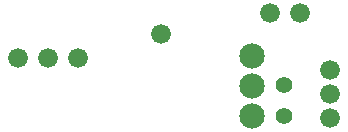
<source format=gbs>
G04 Layer_Color=16711935*
%FSLAX25Y25*%
%MOIN*%
G70*
G01*
G75*
%ADD71C,0.06600*%
%ADD72C,0.08474*%
%ADD73C,0.05600*%
D71*
X-89000Y-10000D02*
D03*
X-79000D02*
D03*
X-69000D02*
D03*
X-41500Y-2000D02*
D03*
X5000Y5000D02*
D03*
X-5000D02*
D03*
X15000Y-14252D02*
D03*
Y-22126D02*
D03*
Y-30000D02*
D03*
D72*
X-11000Y-29500D02*
D03*
Y-19500D02*
D03*
Y-9500D02*
D03*
D73*
X-500Y-29500D02*
D03*
Y-19000D02*
D03*
M02*

</source>
